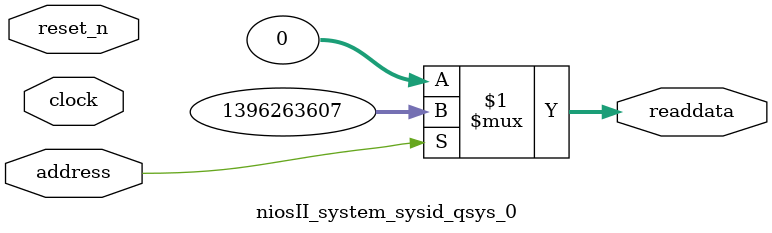
<source format=v>

`timescale 1ns / 1ps
// synthesis translate_on

// turn off superfluous verilog processor warnings 
// altera message_level Level1 
// altera message_off 10034 10035 10036 10037 10230 10240 10030 

module niosII_system_sysid_qsys_0 (
               // inputs:
                address,
                clock,
                reset_n,

               // outputs:
                readdata
             )
;

  output  [ 31: 0] readdata;
  input            address;
  input            clock;
  input            reset_n;

  wire    [ 31: 0] readdata;
  //control_slave, which is an e_avalon_slave
  assign readdata = address ? 1396263607 : 0;

endmodule




</source>
